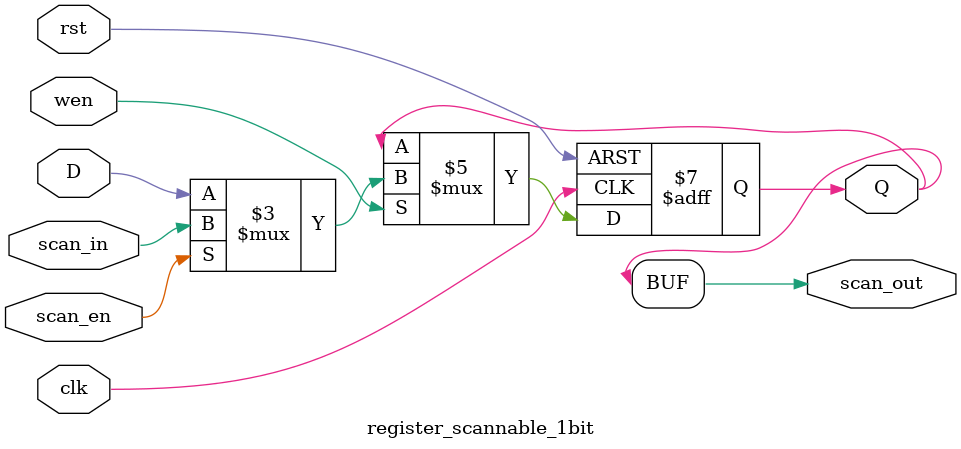
<source format=v>
`timescale 1ns / 1ps

module and2(a, b, y);
	input a, b;
	output y;
	assign y = a & b;
endmodule

module nand2(a, b, y);
	input a, b;
	output y;
	assign y = ~(a & b);
endmodule

module or2(a, b, y);
	input a, b;
	output y;
	assign y = a | b;
endmodule

module nor2(a, b, y);
	input a, b;
	output y;
	assign y = ~(a | b);
endmodule

module xor2(a, b, y);
	input a, b;
	output y;
	assign y = a ^ b;
endmodule

module mux2 (in1, in0, select, out);
	parameter WIDTH = 1;
	input [WIDTH-1:0] in0, in1;
	input select;
	output [WIDTH-1:0] out;
	assign out = (select) ? in1 : in0;
endmodule

module mux10_1bit (in, select, out);
	input [9:0] in;
	input [3:0] select;
	output out;

	// TODO

endmodule

module register (clk, rst, D, Q, wen);
	parameter WIDTH = 1;
	input clk, rst, wen;
	input [WIDTH-1:0] D;
	output reg [WIDTH-1:0] Q;

	always @(posedge clk or posedge rst) begin
		if(rst) begin
			Q <= {(WIDTH){1'b0}};
		end
		else if (wen) begin
			Q <= D;
		end
	end
endmodule

module register_scannable_1bit (clk, rst, D, Q, wen, scan_in, scan_out, scan_en);
	input clk, rst, D, wen, scan_in, scan_en;
	output reg Q;
	output scan_out;

	always @(posedge clk or posedge rst) begin
		if (rst) begin
			Q <= 1'b0;
		end
		else if (wen) begin
			if (scan_en) Q <= scan_in;
			else Q <= D;
		end
	end

	assign scan_out = Q;
endmodule




</source>
